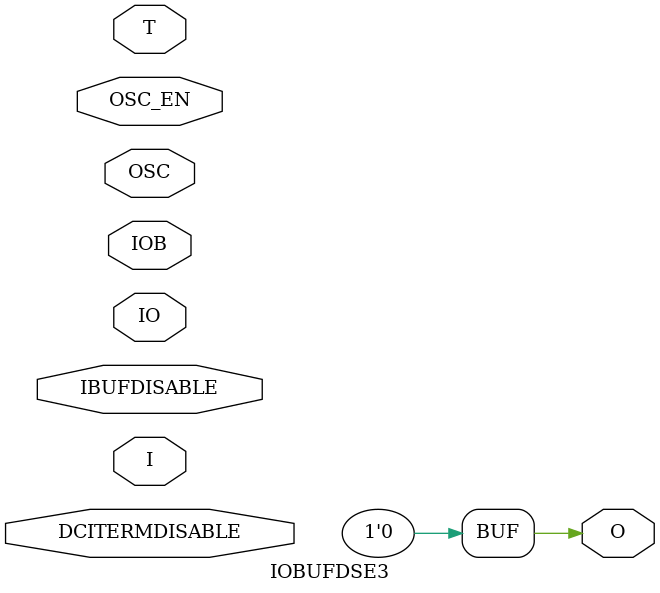
<source format=v>
module IOBUFDSE3(	// file.cleaned.mlir:2:3
  inout        IO,	// file.cleaned.mlir:2:30
               IOB,	// file.cleaned.mlir:2:46
  input        DCITERMDISABLE,	// file.cleaned.mlir:2:60
               I,	// file.cleaned.mlir:2:85
               IBUFDISABLE,	// file.cleaned.mlir:2:97
  input  [3:0] OSC,	// file.cleaned.mlir:2:119
  input  [1:0] OSC_EN,	// file.cleaned.mlir:2:133
  input        T,	// file.cleaned.mlir:2:150
  output       O	// file.cleaned.mlir:2:163
);

  assign O = 1'h0;	// file.cleaned.mlir:3:14, :4:5
endmodule


</source>
